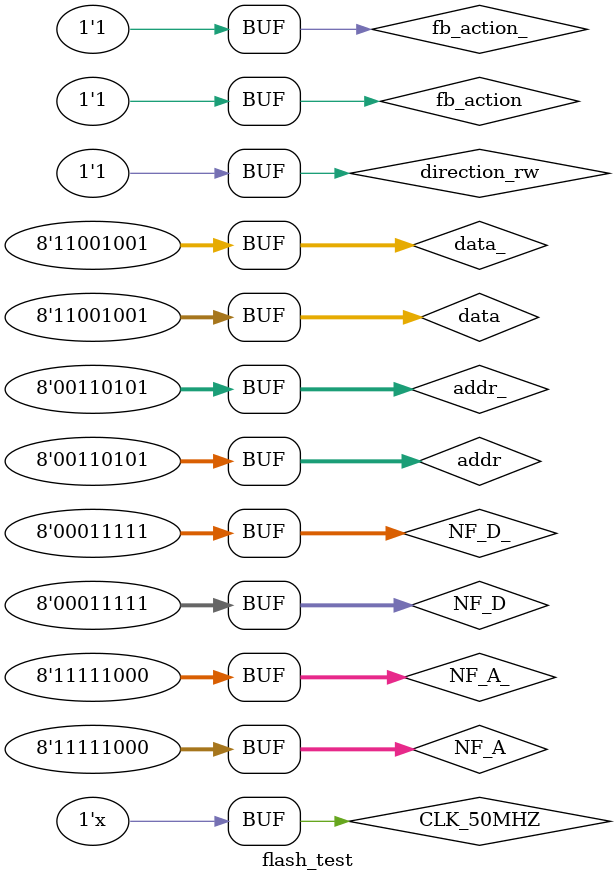
<source format=v>
`timescale 1ns / 1ps
module flash_test;
	 
	//output czasomierz_start,
	//input czasomierz_done	
	reg CLK_50MHZ;
	reg RST;	
	//linie flasha
	wire NF_CE, NF_BYTE, NF_OE, NF_RP, NF_WE, NF_WP;
	reg NF_STS;
//	reg NF_CE;
//	reg NF_BYTE;
//	reg NF_OE;
//	reg NF_RP;
//	reg NF_WE;
//	reg NF_WP;
//	reg NF_STS;
	wire [7:0] NF_A;
	wire [7:0] NF_D;
	//interfejs modulu
	wire [7:0] addr;
	wire [7:0] data;
	reg direction_rw;
	wire fb_action;
	//czasomierz flasha
	wire ft_action;
	
	reg [7:0] NF_A_;
	reg [7:0] NF_D_;
	reg [7:0] addr_;
	reg [7:0] data_;
	reg fb_action_;
	assign NF_A = NF_A_;
	assign NF_D = NF_D_;
	assign addr = addr_;
	assign data = data_;
	assign fb_action = fb_action_;	
	
	flash_clock fl_c(CLK_50MHZ, ft_action);
	flash fl(RST, CLK_50MHZ, NF_CE, NF_BYTE, NF_OE, NF_RP, NF_WE, NF_WP, NF_STS, NF_A[7:0], NF_D[7:0], addr[7:0], data[7:0], direction_rw, fb_action, ft_action);

	
	initial
	begin	
		#20;
		NF_A_[7:0] = 8'b11111000;
		NF_D_[7:0] = 8'b00011111;
		#40;
		addr_[7:0] = 8'b00110101;
		data_[7:0] = 8'b11001001;
		direction_rw = 1'b1; //write
		#40;
		fb_action_ = 1;
	end
	
	/*** SIMULATION CLK 50 MHZ ***/
	always
		begin
		#1;
		CLK_50MHZ = ~CLK_50MHZ;
		end
	
endmodule

</source>
